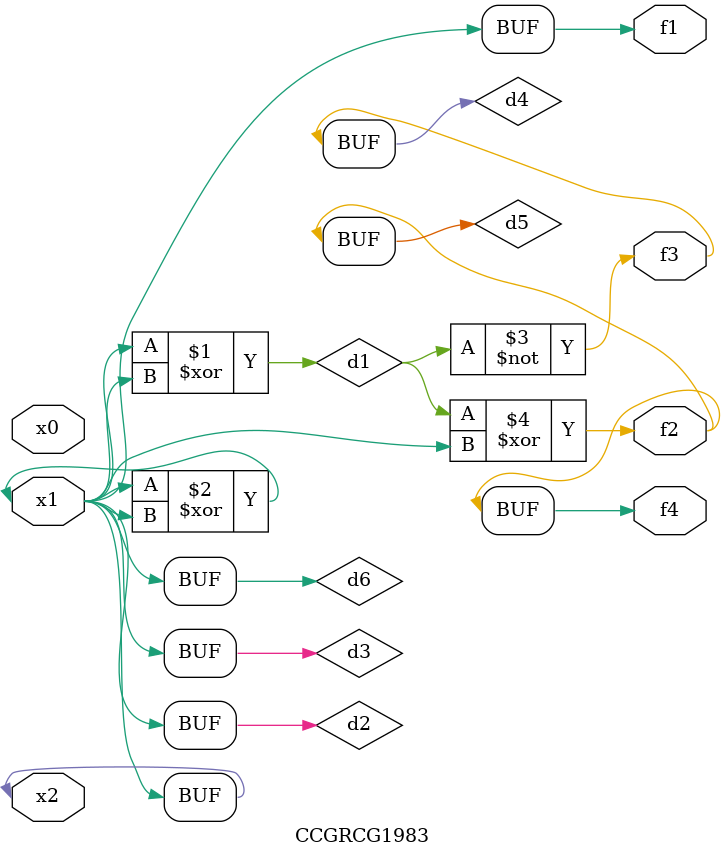
<source format=v>
module CCGRCG1983(
	input x0, x1, x2,
	output f1, f2, f3, f4
);

	wire d1, d2, d3, d4, d5, d6;

	xor (d1, x1, x2);
	buf (d2, x1, x2);
	xor (d3, x1, x2);
	nor (d4, d1);
	xor (d5, d1, d2);
	buf (d6, d2, d3);
	assign f1 = d6;
	assign f2 = d5;
	assign f3 = d4;
	assign f4 = d5;
endmodule

</source>
